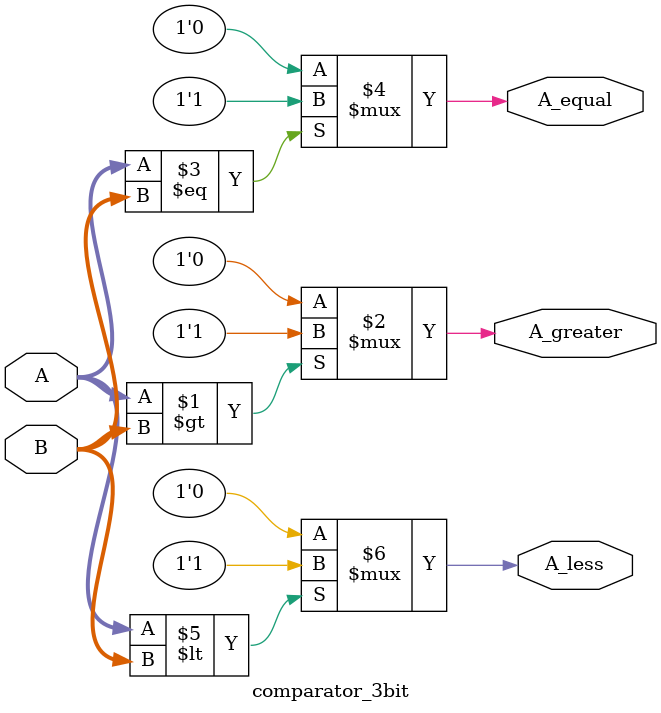
<source format=sv>
module comparator_3bit(
    input [2:0] A,
    input [2:0] B,
    output A_greater,
    output A_equal,
    output A_less
);

    assign A_greater = (A > B) ? 1'b1 : 1'b0;
    assign A_equal = (A == B) ? 1'b1 : 1'b0;
    assign A_less = (A < B) ? 1'b1 : 1'b0;

endmodule
</source>
